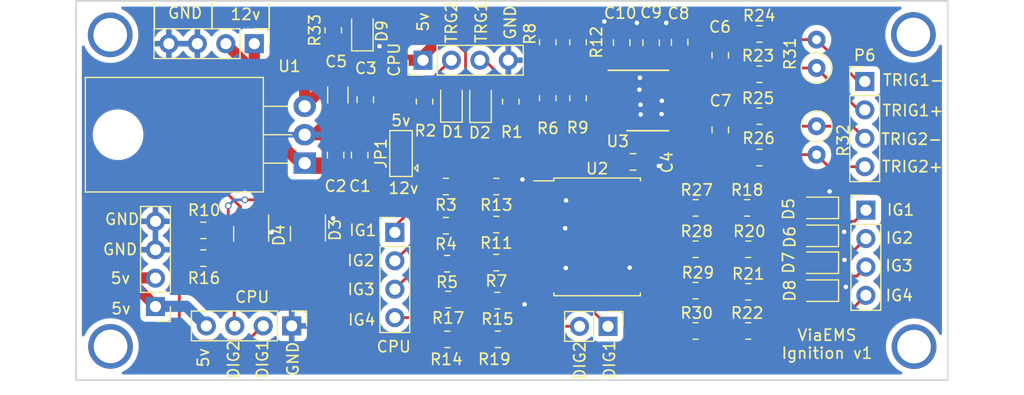
<source format=kicad_pcb>
(kicad_pcb (version 20211014) (generator pcbnew)
  (layers (0 "F.Cu" signal) (31 "B.Cu" signal) (34 "B.Paste" user) (35 "F.Paste" user) (36 "B.SilkS" user "B.Silkscreen") (37 "F.SilkS" user "F.Silkscreen") (38 "B.Mask" user) (39 "F.Mask" user) (44 "Edge.Cuts" user))
  (net 0 "")
  (net 1 "12v_power")
  (net 2 "GND")
  (net 3 "Net-(D9-Pad2)")
  (net 4 "IG1-cpu")
  (net 5 "IG2-cpu")
  (net 6 "IG3-cpu")
  (net 7 "IG4-cpu")
  (net 8 "DIG1-cpu")
  (net 9 "DIG2-cpu")
  (net 10 "IG1-out")
  (net 11 "IG2-out")
  (net 12 "IG3-out")
  (net 13 "IG4-out")
  (net 14 "DIG1-in")
  (net 15 "DIG2-in")
  (net 16 "Net-(R2-Pad1)")
  (net 17 "Net-(C4-Pad1)")
  (net 18 "5v")
  (net 19 "Net-(C6-Pad2)")
  (net 20 "Net-(C6-Pad1)")
  (net 21 "Net-(C7-Pad2)")
  (net 22 "Net-(C7-Pad1)")
  (net 23 "TRIG2")
  (net 24 "TRIG1")
  (net 25 "TRIG2IN+")
  (net 26 "TRIG2IN-")
  (net 27 "TRIG1IN+")
  (net 28 "TRIG1IN-")
  (net 29 "Net-(R1-Pad1)")
  (net 30 "Net-(R11-Pad2)")
  (net 31 "Net-(D1-Pad1)")
  (net 32 "Net-(R5-Pad1)")
  (net 33 "Net-(R13-Pad2)")
  (net 34 "Net-(D2-Pad1)")
  (net 35 "Net-(R15-Pad2)")
  (net 36 "Net-(D3-Pad3)")
  (net 37 "Net-(D4-Pad3)")
  (net 38 "Net-(D5-Pad2)")
  (net 39 "Net-(D6-Pad2)")
  (net 40 "Net-(D7-Pad2)")
  (net 41 "Net-(D8-Pad2)")
  (net 45 "Net-(R18-Pad2)")
  (net 46 "Net-(R20-Pad2)")
  (net 47 "Net-(R21-Pad2)")
  (net 48 "Net-(R22-Pad2)")
  (footprint "Capacitor_SMD:C_0805_2012Metric_Pad1.18x1.45mm_HandSolder" (layer "F.Cu") (at 58.01 138.8825 90)
    (fp_text reference "C1")
    (fp_text value "10 uF")
  )
  (footprint "Capacitor_SMD:C_0805_2012Metric_Pad1.18x1.45mm_HandSolder" (layer "F.Cu") (at 55.86 138.8825 90)
    (fp_text reference "C2")
    (fp_text value "0.1 uF")
  )
  (footprint "Capacitor_SMD:C_0805_2012Metric_Pad1.18x1.45mm_HandSolder" (layer "F.Cu") (at 82.41 139.49)
    (fp_text reference "C4")
    (fp_text value "1 uF")
  )
  (footprint "Capacitor_SMD:C_1206_3216Metric" (layer "F.Cu") (at 56.06 133.51 -90)
    (fp_text reference "C5")
    (fp_text value "47 uF")
  )
  (footprint "Capacitor_SMD:C_0805_2012Metric_Pad1.18x1.45mm_HandSolder" (layer "F.Cu") (at 90.2 129.955 90)
    (fp_text reference "C6")
    (fp_text value "1n")
  )
  (footprint "Capacitor_SMD:C_0805_2012Metric_Pad1.18x1.45mm_HandSolder" (layer "F.Cu") (at 90.2 136.6375 -90)
    (fp_text reference "C7")
    (fp_text value "1n")
  )
  (footprint "Capacitor_SMD:C_0805_2012Metric_Pad1.18x1.45mm_HandSolder" (layer "F.Cu") (at 86.575 128.8 90)
    (fp_text reference "C8")
    (fp_text value "10n")
  )
  (footprint "Capacitor_SMD:C_0805_2012Metric_Pad1.18x1.45mm_HandSolder" (layer "F.Cu") (at 84.025 128.8375 90)
    (fp_text reference "C9")
    (fp_text value "0.1u")
  )
  (footprint "LED_SMD:LED_0805_2012Metric_Pad1.15x1.40mm_HandSolder" (layer "F.Cu") (at 66.2 134.075 90)
    (fp_text reference "D1")
    (fp_text value "LED")
  )
  (footprint "Connector_PinHeader_2.54mm:PinHeader_1x04_P2.54mm_Vertical" (layer "F.Cu") (at 61.15 145.79)
    (fp_text reference "P1" hide)
    (fp_text value "IN-CPU")
  )
  (footprint "Connector_PinHeader_2.54mm:PinHeader_1x04_P2.54mm_Vertical" (layer "F.Cu") (at 63.66 130.4 90)
    (fp_text reference "P2" hide)
    (fp_text value "TRIG-cpu")
  )
  (footprint "Connector_PinHeader_2.54mm:PinHeader_1x04_P2.54mm_Vertical" (layer "F.Cu") (at 103.2 143.8)
    (fp_text reference "P5" hide)
    (fp_text value "IGNITION")
  )
  (footprint "Connector_PinHeader_2.54mm:PinHeader_1x04_P2.54mm_Vertical" (layer "F.Cu") (at 103.1 132.3)
    (fp_text reference "P6")
    (fp_text value "TRIG-IN")
  )
  (footprint "Connector_PinHeader_2.54mm:PinHeader_1x04_P2.54mm_Vertical" (layer "F.Cu") (at 48.6 128.9225 -90)
    (fp_text reference "P7" hide)
    (fp_text value "PWR_IN")
  )
  (footprint "Resistor_SMD:R_0805_2012Metric_Pad1.20x1.40mm_HandSolder" (layer "F.Cu") (at 71.5 134.1 90)
    (fp_text reference "R1")
    (fp_text value "1k")
  )
  (footprint "Resistor_SMD:R_0805_2012Metric_Pad1.20x1.40mm_HandSolder" (layer "F.Cu") (at 63.8 134.1 90)
    (fp_text reference "R2")
    (fp_text value "1k")
  )
  (footprint "Resistor_SMD:R_0805_2012Metric_Pad1.20x1.40mm_HandSolder" (layer "F.Cu") (at 65.71 141.69 180)
    (fp_text reference "R3")
    (fp_text value "1k")
  )
  (footprint "Resistor_SMD:R_0805_2012Metric_Pad1.20x1.40mm_HandSolder" (layer "F.Cu") (at 65.71 145.19 180)
    (fp_text reference "R4")
    (fp_text value "1k")
  )
  (footprint "Resistor_SMD:R_0805_2012Metric_Pad1.20x1.40mm_HandSolder" (layer "F.Cu") (at 65.81 148.59 180)
    (fp_text reference "R5")
    (fp_text value "1k")
  )
  (footprint "Resistor_SMD:R_0805_2012Metric_Pad1.20x1.40mm_HandSolder" (layer "F.Cu") (at 74.8 133.8 90)
    (fp_text reference "R6")
    (fp_text value "2.4k")
  )
  (footprint "Resistor_SMD:R_0805_2012Metric_Pad1.20x1.40mm_HandSolder" (layer "F.Cu") (at 70.21 148.49 180)
    (fp_text reference "R7")
    (fp_text value "100k")
  )
  (footprint "Resistor_SMD:R_0805_2012Metric_Pad1.20x1.40mm_HandSolder" (layer "F.Cu") (at 74.8 128.8 90)
    (fp_text reference "R8")
    (fp_text value "2.4k")
  )
  (footprint "Resistor_SMD:R_0805_2012Metric_Pad1.20x1.40mm_HandSolder" (layer "F.Cu") (at 77.5 133.8 90)
    (fp_text reference "R9")
    (fp_text value "10k")
  )
  (footprint "Resistor_SMD:R_0805_2012Metric_Pad1.20x1.40mm_HandSolder" (layer "F.Cu") (at 44.05 145.61 180)
    (fp_text reference "R10")
    (fp_text value "1k")
  )
  (footprint "Resistor_SMD:R_0805_2012Metric_Pad1.20x1.40mm_HandSolder" (layer "F.Cu") (at 70.21 145.09 180)
    (fp_text reference "R11")
    (fp_text value "100k")
  )
  (footprint "Resistor_SMD:R_0805_2012Metric_Pad1.20x1.40mm_HandSolder" (layer "F.Cu") (at 77.5 128.8 -90)
    (fp_text reference "R12")
    (fp_text value "10k")
  )
  (footprint "Resistor_SMD:R_0805_2012Metric_Pad1.20x1.40mm_HandSolder" (layer "F.Cu") (at 70.21 141.69 180)
    (fp_text reference "R13")
    (fp_text value "100k")
  )
  (footprint "Resistor_SMD:R_0805_2012Metric_Pad1.20x1.40mm_HandSolder" (layer "F.Cu") (at 70.31 151.89 180)
    (fp_text reference "R15")
    (fp_text value "100k")
  )
  (footprint "Resistor_SMD:R_0805_2012Metric_Pad1.20x1.40mm_HandSolder" (layer "F.Cu") (at 44.05 148.09 180)
    (fp_text reference "R16")
    (fp_text value "1k")
  )
  (footprint "Resistor_SMD:R_0805_2012Metric_Pad1.20x1.40mm_HandSolder" (layer "F.Cu") (at 65.91 151.79 180)
    (fp_text reference "R17")
    (fp_text value "1k")
  )
  (footprint "Resistor_SMD:R_0805_2012Metric_Pad1.20x1.40mm_HandSolder" (layer "F.Cu") (at 92.6 143.6 180)
    (fp_text reference "R18")
    (fp_text value "1k")
  )
  (footprint "Resistor_SMD:R_0805_2012Metric_Pad1.20x1.40mm_HandSolder" (layer "F.Cu") (at 70.35 155.35)
    (fp_text reference "R19")
    (fp_text value "1k")
  )
  (footprint "Resistor_SMD:R_0805_2012Metric_Pad1.20x1.40mm_HandSolder" (layer "F.Cu") (at 92.7 147.3 180)
    (fp_text reference "R20")
    (fp_text value "1k")
  )
  (footprint "Resistor_SMD:R_0805_2012Metric_Pad1.20x1.40mm_HandSolder" (layer "F.Cu") (at 92.7 151.1 180)
    (fp_text reference "R21")
    (fp_text value "1k")
  )
  (footprint "Resistor_SMD:R_0805_2012Metric_Pad1.20x1.40mm_HandSolder" (layer "F.Cu") (at 92.7 154.6 180)
    (fp_text reference "R22")
    (fp_text value "1k")
  )
  (footprint "Resistor_SMD:R_0805_2012Metric_Pad1.20x1.40mm_HandSolder" (layer "F.Cu") (at 93.7 131.655 180)
    (fp_text reference "R23")
    (fp_text value "1k")
  )
  (footprint "Resistor_SMD:R_0805_2012Metric_Pad1.20x1.40mm_HandSolder" (layer "F.Cu") (at 93.7 128.055 180)
    (fp_text reference "R24")
    (fp_text value "1k")
  )
  (footprint "Resistor_SMD:R_0805_2012Metric_Pad1.20x1.40mm_HandSolder" (layer "F.Cu") (at 93.7 135.4 180)
    (fp_text reference "R25")
    (fp_text value "1k")
  )
  (footprint "Resistor_SMD:R_0805_2012Metric_Pad1.20x1.40mm_HandSolder" (layer "F.Cu") (at 93.7 139.1 180)
    (fp_text reference "R26")
    (fp_text value "1k")
  )
  (footprint "Package_TO_SOT_THT:TO-220-3_Horizontal_TabDown" (layer "F.Cu") (at 53.1 139.6 90)
    (fp_text reference "U1")
    (fp_text value "LM2940")
  )
  (footprint "Package_SO:SOIC-16W_7.5x10.3mm_P1.27mm" (layer "F.Cu") (at 79.21 146.19)
    (fp_text reference "U2")
    (fp_text value "MIC4469")
  )
  (footprint "Package_SO:QSOP-16_3.9x4.9mm_P0.635mm" (layer "F.Cu") (at 83.725 134.025)
    (fp_text reference "U3")
    (fp_text value "MAX9926UAEE+")
  )
  (footprint "LED_SMD:LED_0805_2012Metric_Pad1.15x1.40mm_HandSolder" (layer "F.Cu") (at 68.8 134.1 90)
    (fp_text reference "D2")
    (fp_text value "LED")
  )
  (footprint "Resistor_SMD:R_0805_2012Metric_Pad1.20x1.40mm_HandSolder" (layer "F.Cu") (at 65.84 155.35)
    (fp_text reference "R14")
    (fp_text value "1k")
  )
  (footprint "Capacitor_SMD:C_0805_2012Metric_Pad1.18x1.45mm_HandSolder" (layer "F.Cu") (at 58.51 133.9325 -90)
    (fp_text reference "C3")
    (fp_text value "0.1 uF")
  )
  (footprint "Capacitor_SMD:C_0805_2012Metric_Pad1.18x1.45mm_HandSolder" (layer "F.Cu") (at 81.4 128.825 90)
    (fp_text reference "C10")
    (fp_text value "1u")
  )
  (footprint "Resistor_THT:R_Axial_DIN0207_L6.3mm_D2.5mm_P2.54mm_Vertical" (layer "F.Cu") (at 98.8 131.1 90)
    (fp_text reference "R31")
    (fp_text value "330")
  )
  (footprint "MountingHole:MountingHole_2.5mm_Pad" (layer "F.Cu") (at 35.77 155.98)
    (fp_text reference "REF**" hide)
    (fp_text value "MountingHole_2.5mm_Pad")
  )
  (footprint "Jumper:SolderJumper-3_P1.3mm_Open_Pad1.0x1.5mm" (layer "F.Cu") (at 61.7 138.74 90)
    (fp_text reference "JP1")
    (fp_text value "IG_PWR")
  )
  (footprint "Connector_PinHeader_2.54mm:PinHeader_1x04_P2.54mm_Vertical" (layer "F.Cu") (at 39.78 152.42 180)
    (fp_text reference "P4" hide)
    (fp_text value "CPU_PWR")
  )
  (footprint "Package_TO_SOT_SMD:SOT-23" (layer "F.Cu") (at 48.32 145.92 -90)
    (fp_text reference "D4")
    (fp_text value "BAT54S")
  )
  (footprint "LED_SMD:LED_0805_2012Metric_Pad1.15x1.40mm_HandSolder" (layer "F.Cu") (at 58.25 127.705 90)
    (fp_text reference "D9")
    (fp_text value "LED")
  )
  (footprint "Resistor_SMD:R_0805_2012Metric_Pad1.20x1.40mm_HandSolder" (layer "F.Cu") (at 88 151 180)
    (fp_text reference "R29")
    (fp_text value "150")
  )
  (footprint "Resistor_SMD:R_0805_2012Metric_Pad1.20x1.40mm_HandSolder" (layer "F.Cu") (at 88 154.6 180)
    (fp_text reference "R30")
    (fp_text value "150")
  )
  (footprint "LED_SMD:LED_0805_2012Metric_Pad1.15x1.40mm_HandSolder" (layer "F.Cu") (at 98.9 151 180)
    (fp_text reference "D8")
    (fp_text value "LED")
  )
  (footprint "Connector_PinHeader_2.54mm:PinHeader_1x02_P2.54mm_Vertical" (layer "F.Cu") (at 80.18 154.19 -90)
    (fp_text reference "J1" hide)
    (fp_text value "DIG-in")
  )
  (footprint "LED_SMD:LED_0805_2012Metric_Pad1.15x1.40mm_HandSolder" (layer "F.Cu") (at 98.9 148.5 180)
    (fp_text reference "D7")
    (fp_text value "LED")
  )
  (footprint "MountingHole:MountingHole_2.5mm_Pad" (layer "F.Cu") (at 107.44 128.1)
    (fp_text reference "REF**" hide)
    (fp_text value "MountingHole_2.5mm_Pad")
  )
  (footprint "Resistor_SMD:R_0805_2012Metric_Pad1.20x1.40mm_HandSolder" (layer "F.Cu") (at 55.65 127.72 90)
    (fp_text reference "R33")
    (fp_text value "2.4k")
  )
  (footprint "Package_TO_SOT_SMD:SOT-23" (layer "F.Cu") (at 53.39 145.9 -90)
    (fp_text reference "D3")
    (fp_text value "BAT54S")
  )
  (footprint "Connector_PinHeader_2.54mm:PinHeader_1x04_P2.54mm_Vertical" (layer "F.Cu") (at 51.94 154.15 -90)
    (fp_text reference "P3" hide)
    (fp_text value "DIG-CPU")
  )
  (footprint "Resistor_SMD:R_0805_2012Metric_Pad1.20x1.40mm_HandSolder" (layer "F.Cu") (at 88 147.3 180)
    (fp_text reference "R28")
    (fp_text value "150")
  )
  (footprint "Resistor_THT:R_Axial_DIN0207_L6.3mm_D2.5mm_P2.54mm_Vertical" (layer "F.Cu") (at 98.8 136.3 -90)
    (fp_text reference "R32")
    (fp_text value "330")
  )
  (footprint "LED_SMD:LED_0805_2012Metric_Pad1.15x1.40mm_HandSolder" (layer "F.Cu") (at 98.9 143.6 180)
    (fp_text reference "D5")
    (fp_text value "LED")
  )
  (footprint "MountingHole:MountingHole_2.5mm_Pad" (layer "F.Cu") (at 35.74 128.13)
    (fp_text reference "REF**" hide)
    (fp_text value "MountingHole_2.5mm_Pad")
  )
  (footprint "LED_SMD:LED_0805_2012Metric_Pad1.15x1.40mm_HandSolder" (layer "F.Cu") (at 98.9 146.1 180)
    (fp_text reference "D6")
    (fp_text value "LED")
  )
  (footprint "MountingHole:MountingHole_2.5mm_Pad" (layer "F.Cu") (at 107.5 156)
    (fp_text reference "REF**" hide)
    (fp_text value "MountingHole_2.5mm_Pad")
  )
  (footprint "Resistor_SMD:R_0805_2012Metric_Pad1.20x1.40mm_HandSolder" (layer "F.Cu") (at 88 143.6 180)
    (fp_text reference "R27")
    (fp_text value "150")
  )
  (gr_line (start 39.675 127.5975) (end 39.675 125.2975) (layer "F.SilkS") (width 0.15))
  (gr_line (start 44.825 127.5975) (end 44.825 125.2975) (layer "F.SilkS") (width 0.15))
  (gr_line (start 49.93 127.5925) (end 49.93 125.2475) (layer "F.SilkS") (width 0.15))
  (gr_rect (start 32.7 125.1) (end 110.5 159) (layer "Edge.Cuts") (width 0.15) (fill none))
  (gr_text "12v" (at 47.825 126.2975) (layer "F.SilkS") (effects (font (size 1 1))))
  (gr_text "CPU" (at 48.41 151.57) (layer "F.SilkS") (effects (font (size 1 1))))
  (gr_text "5v" (at 61.69 135.79) (layer "F.SilkS") (effects (font (size 1 1))))
  (gr_text "GND" (at 42.425 126.1725) (layer "F.SilkS") (effects (font (size 1 1))))
  (gr_text "IG4" (at 106.18 151.43) (layer "F.SilkS") (effects (font (size 1 1))))
  (gr_text "TRIG1-" (at 107.45 132.18) (layer "F.SilkS") (effects (font (size 1 1))))
  (gr_text "5v" (at 36.7 152.61) (layer "F.SilkS") (effects (font (size 1 1))))
  (gr_text "CPU" (at 61.05 156.01) (layer "F.SilkS") (effects (font (size 1 1))))
  (gr_text "GND" (at 52.05 157.09 90) (layer "F.SilkS") (effects (font (size 1 1))))
  (gr_text "GND" (at 71.45 127.025 90) (layer "F.SilkS") (effects (font (size 1 1))))
  (gr_text "DIG2" (at 46.75 157.165 90) (layer "F.SilkS") (effects (font (size 1 1))))
  (gr_text "12v" (at 61.92 141.84) (layer "F.SilkS") (effects (font (size 1 1))))
  (gr_text "TRG2" (at 66.2 127.02 90) (layer "F.SilkS") (effects (font (size 1 1))))
  (gr_text "DIG2" (at 77.66 157.26 90) (layer "F.SilkS") (effects (font (size 1 1))))
  (gr_text "IG3" (at 106.16 148.77) (layer "F.SilkS") (effects (font (size 1 1))))
  (gr_text "DIG1" (at 49.325 157.14 90) (layer "F.SilkS") (effects (font (size 1 1))))
  (gr_text "IG2" (at 58.115 148.31) (layer "F.SilkS") (effects (font (size 1 1))))
  (gr_text "TRIG2-" (at 107.29 137.46) (layer "F.SilkS") (effects (font (size 1 1))))
  (gr_text "DIG1" (at 80.3 157.18 90) (layer "F.SilkS") (effects (font (size 1 1))))
  (gr_text "5v" (at 63.675 126.975 90) (layer "F.SilkS") (effects (font (size 1 1))))
  (gr_text "CPU" (at 61.09 130.36 90) (layer "F.SilkS") (effects (font (size 1 1))))
  (gr_text "TRIG1+" (at 107.4 134.9) (layer "F.SilkS") (effects (font (size 1 1))))
  (gr_text "ViaEMS\nIgnition v1" (at 99.73 155.78) (layer "F.SilkS") (effects (font (size 1 1))))
  (gr_text "IG3" (at 58.14 150.885) (layer "F.SilkS") (effects (font (size 1 1))))
  (gr_text "GND" (at 36.8 144.61) (layer "F.SilkS") (effects (font (size 1 1))))
  (gr_text "IG1" (at 58.29 145.61) (layer "F.SilkS") (effects (font (size 1 1))))
  (gr_text "TRIG2+" (at 107.35 139.91) (layer "F.SilkS") (effects (font (size 1 1))))
  (gr_text "5v" (at 36.65 149.885) (layer "F.SilkS") (effects (font (size 1 1))))
  (gr_text "5v" (at 44.05 156.99 90) (layer "F.SilkS") (effects (font (size 1 1))))
  (gr_text "IG4" (at 58.19 153.61) (layer "F.SilkS") (effects (font (size 1 1))))
  (gr_text "IG1" (at 106.3 143.78) (layer "F.SilkS") (effects (font (size 1 1))))
  (gr_text "TRG1" (at 68.86 127 90) (layer "F.SilkS") (effects (font (size 1 1))))
  (gr_text "GND" (at 36.625 147.31) (layer "F.SilkS") (effects (font (size 1 1))))
  (gr_text "IG2" (at 106.2 146.29) (layer "F.SilkS") (effects (font (size 1 1))))
  (segment (start 53.1 139.6) (end 53.56 140.06) (width 1) (layer "F.Cu") (net 1))
  (segment (start 48.6 131.4625) (end 46.06 128.9225) (width 1) (layer "F.Cu") (net 1))
  (segment (start 55.54 139.6) (end 55.86 139.92) (width 1) (layer "F.Cu") (net 1))
  (segment (start 48.6 135.51) (end 48.6 131.61) (width 1) (layer "F.Cu") (net 1))
  (segment (start 53.1 139.6) (end 52.69 139.6) (width 1) (layer "F.Cu") (net 1))
  (segment (start 52.69 139.6) (end 48.6 135.51) (width 1) (layer "F.Cu") (net 1))
  (segment (start 57.69 139.6) (end 58.01 139.92) (width 1) (layer "F.Cu") (net 1))
  (segment (start 53.1 139.6) (end 57.69 139.6) (width 1) (layer "F.Cu") (net 1))
  (segment (start 61.64 140.06) (end 61.67 140.03) (width 1) (layer "F.Cu") (net 1))
  (segment (start 48.6 131.61) (end 48.6 128.9225) (width 1) (layer "F.Cu") (net 1))
  (segment (start 53.1 139.6) (end 55.54 139.6) (width 1) (layer "F.Cu") (net 1))
  (segment (start 53.56 140.06) (end 61.64 140.06) (width 1) (layer "F.Cu") (net 1))
  (segment (start 48.6 131.61) (end 48.6 131.4625) (width 1) (layer "F.Cu") (net 1))
  (segment (start 74.56 143.015) (end 76.345 143.015) (width 0.25) (layer "F.Cu") (net 2))
  (segment (start 76.345 143.015) (end 76.43 142.93) (width 0.25) (layer "F.Cu") (net 2))
  (segment (start 100.9 146.1) (end 101.26 145.74) (width 0.25) (layer "F.Cu") (net 2))
  (segment (start 101.07 151) (end 101.41 150.66) (width 0.25) (layer "F.Cu") (net 2))
  (segment (start 72.085 149.365) (end 71.21 148.49) (width 0.25) (layer "F.Cu") (net 2))
  (segment (start 82.6 135.62) (end 82.7255 135.62) (width 0.25) (layer "F.Cu") (net 2))
  (segment (start 81.0707 131.8025) (end 82.1207 131.8025) (width 0.25) (layer "F.Cu") (net 2))
  (segment (start 76.025 149.365) (end 76.41 148.98) (width 0.25) (layer "F.Cu") (net 2))
  (segment (start 82.1207 131.8025) (end 82.6 132.2818) (width 0.25) (layer "F.Cu") (net 2))
  (segment (start 53.1 137.06) (end 56.42 137.06) (width 1) (layer "F.Cu") (net 2))
  (segment (start 49.27 144.9825) (end 49.3425 144.9825) (width 0.25) (layer "F.Cu") (net 2))
  (segment (start 82.6 134.39) (end 82.6 134.6) (width 0.25) (layer "F.Cu") (net 2))
  (segment (start 99.925 146.1) (end 100.9 146.1) (width 0.25) (layer "F.Cu") (net 2))
  (segment (start 82.86 134.6) (end 83.08 134.38) (width 0.25) (layer "F.Cu") (net 2))
  (segment (start 82.6 132.78) (end 82.6 132.97) (width 0.25) (layer "F.Cu") (net 2))
  (segment (start 76.41 148.98) (end 76.41 148.97) (width 0.25) (layer "F.Cu") (net 2))
  (segment (start 82.2225 134.9775) (end 82.6 134.6) (width 0.25) (layer "F.Cu") (net 2))
  (segment (start 99.925 142.165) (end 99.96 142.13) (width 0.25) (layer "F.Cu") (net 2))
  (segment (start 84.025 127.8) (end 83.5 127.8) (width 0.25) (layer "F.Cu") (net 2))
  (segment (start 80.6975 127.7875) (end 79.85 126.94) (width 0.25) (layer "F.Cu") (net 2))
  (segment (start 76.225 145.555) (end 76.36 145.42) (width 0.25) (layer "F.Cu") (net 2))
  (segment (start 82.7255 135.62) (end 83.0955 135.25) (width 0.25) (layer "F.Cu") (net 2))
  (segment (start 53.1 137.06) (end 57.225 137.06) (width 1) (layer "F.Cu") (net 2))
  (segment (start 81.902998 136.317002) (end 81.0707 136.317002) (width 0.25) (layer "F.Cu") (net 2))
  (segment (start 86.0825 127.7625) (end 85.38 127.06) (width 0.25) (layer "F.Cu") (net 2))
  (segment (start 86.575 127.7625) (end 86.0825 127.7625) (width 0.25) (layer "F.Cu") (net 2))
  (segment (start 82.6 132.2818) (end 82.7182 132.2818) (width 0.25) (layer "F.Cu") (net 2))
  (segment (start 82.6 132.2818) (end 82.6 132.78) (width 0.25) (layer "F.Cu") (net 2))
  (segment (start 53.985 137.06) (end 56.06 134.985) (width 1) (layer "F.Cu") (net 2))
  (segment (start 72.4 151.89) (end 72.73 152.22) (width 0.25) (layer "F.Cu") (net 2))
  (segment (start 53.1 137.06) (end 55.075 137.06) (width 1) (layer "F.Cu") (net 2))
  (segment (start 54.34 144.9625) (end 55.2175 144.9625) (width 0.25) (layer "F.Cu") (net 2))
  (segment (start 71.91 141.69) (end 72.54 141.06) (width 0.25) (layer "F.Cu") (net 2))
  (segment (start 74.56 149.365) (end 72.085 149.365) (width 0.25) (layer "F.Cu") (net 2))
  (segment (start 86.3793 134.9775) (end 85.1925 134.9775) (width 0.25) (layer "F.Cu") (net 2))
  (segment (start 83.4475 139.49) (end 84.36 139.49) (width 0.25) (layer "F.Cu") (net 2))
  (segment (start 82.6 134.6) (end 82.86 134.6) (width 0.25) (layer "F.Cu") (net 2))
  (segment (start 85.1925 134.9775) (end 84.96 135.21) (width 0.25) (layer "F.Cu") (net 2))
  (segment (start 71.31 151.89) (end 72.4 151.89) (width 0.25) (layer "F.Cu") (net 2))
  (segment (start 56.42 137.06) (end 58.51 134.97) (width 1) (layer "F.Cu") (net 2))
  (segment (start 74.56 150.635) (end 74.56 149.365) (width 0.25) (layer "F.Cu") (net 2))
  (segment (start 71.21 141.69) (end 71.91 141.69) (width 0.25) (layer "F.Cu") (net 2))
  (segment (start 71.21 145.09) (end 71.675 145.555) (width 0.25) (layer "F.Cu") (net 2))
  (segment (start 82.6 134.6) (end 82.6 135.62) (width 0.25) (layer "F.Cu") (net 2))
  (segment (start 82.6 132.97) (end 82.6 133.68) (width 0.25) (layer "F.Cu") (net 2))
  (segment (start 55.075 137.06) (end 55.86 137.845) (width 1) (layer "F.Cu") (net 2))
  (segment (start 101.03 148.5) (end 101.29 148.24) (width 0.25) (layer "F.Cu") (net 2))
  (segment (start 99.925 143.6) (end 99.925 142.165) (width 0.25) (layer "F.Cu") (net 2))
  (segment (start 86.3793 133.7075) (end 85.3125 133.7075) (width 0.25) (layer "F.Cu") (net 2))
  (segment (start 53.1 137.06) (end 53.985 137.06) (width 1) (layer "F.Cu") (net 2))
  (segment (start 85.3125 133.7075) (end 84.99 134.03) (width 0.25) (layer "F.Cu") (net 2))
  (segment (start 55.2175 144.9625) (end 55.64 144.54) (width 0.25) (layer "F.Cu") (net 2))
  (segment (start 82.6 135.62) (end 81.902998 136.317002) (width 0.25) (layer "F.Cu") (net 2))
  (segment (start 82.4975 133.0725) (end 82.6 132.97) (width 0.25) (layer "F.Cu") (net 2))
  (segment (start 71.675 145.555) (end 74.56 145.555) (width 0.25) (layer "F.Cu") (net 2))
  (segment (start 59.36 128.73) (end 59.78 129.15) (width 0.25) (layer "F.Cu") (net 2))
  (segment (start 74.56 149.365) (end 74.56 148.095) (width 0.25) (layer "F.Cu") (net 2))
  (segment (start 82.4975 133.0725) (end 82.54 133.03) (width 0.25) (layer "F.Cu") (net 2))
  (segment (start 81.0707 134.9775) (end 82.2225 134.9775) (width 0.25) (layer "F.Cu") (net 2))
  (segment (start 81.0707 133.0725) (end 82.4975 133.0725) (width 0.25) (layer "F.Cu") (net 2))
  (segment (start 74.56 145.555) (end 76.225 145.555) (width 0.25) (layer "F.Cu") (net 2))
  (segment (start 84.36 139.49) (end 84.72 139.85) (width 0.25) (layer "F.Cu") (net 2))
  (segment (start 82.535 149.365) (end 82.11 148.94) (width 0.25) (layer "F.Cu") (net 2))
  (segment (start 82.7182 132.2818) (end 83.03 131.97) (width 0.25) (layer "F.Cu") (net 2))
  (segment (start 83.86 149.365) (end 82.535 149.365) (width 0.25) (layer "F.Cu") (net 2))
  (segment (start 58.25 128.73) (end 59.36 128.73) (width 0.25) (layer "F.Cu") (net 2))
  (segment (start 74.56 149.365) (end 76.025 149.365) (width 0.25) (layer "F.Cu") (net 2))
  (segment (start 99.925 148.5) (end 101.03 148.5) (width 0.25) (layer "F.Cu") (net 2))
  (segment (start 81.4 127.7875) (end 80.6975 127.7875) (width 0.25) (layer "F.Cu") (net 2))
  (segment (start 83.5 127.8) (end 82.76 127.06) (width 0.25) (layer "F.Cu") (net 2))
  (segment (start 82.54 133.03) (end 82.98 133.03) (width 0.25) (layer "F.Cu") (net 2))
  (segment (start 82.6 133.68) (end 82.6 134.39) (width 0.25) (layer "F.Cu") (net 2))
  (segment (start 57.225 137.06) (end 58.01 137.845) (width 1) (layer "F.Cu") (net 2))
  (segment (start 99.925 151) (end 101.07 151) (width 0.25) (layer "F.Cu") (net 2))
  (segment (start 49.3425 144.9825) (end 50.14 145.78) (width 0.25) (layer "F.Cu") (net 2))
  (via (at 83.08 134.38) (size 0.6) (drill 0.4) (layers "F.Cu" "B.Cu") (net 2))
  (via (at 55.64 144.54) (size 0.6) (drill 0.4) (layers "F.Cu" "B.Cu") (net 2))
  (via (at 76.43 142.93) (size 0.6) (drill 0.4) (layers "F.Cu" "B.Cu") (net 2))
  (via (at 82.98 133.03) (size 0.6) (drill 0.4) (layers "F.Cu" "B.Cu") (net 2))
  (via (at 83.0955 135.25) (size 0.6) (drill 0.4) (layers "F.Cu" "B.Cu") (net 2))
  (via (at 101.29 148.24) (size 0.6) (drill 0.4) (layers "F.Cu" "B.Cu") (net 2))
  (via (at 101.41 150.66) (size 0.6) (drill 0.4) (layers "F.Cu" "B.Cu") (net 2))
  (via (at 82.11 148.94) (size 0.6) (drill 0.4) (layers "F.Cu" "B.Cu") (net 2))
  (via (at 72.73 152.22) (size 0.6) (drill 0.4) (layers "F.Cu" "B.Cu") (net 2))
  (via (at 85.38 127.06) (size 0.6) (drill 0.4) (layers "F.Cu" "B.Cu") (net 2))
  (via (at 99.96 142.13) (size 0.6) (drill 0.4) (layers "F.Cu" "B.Cu") (net 2))
  (via (at 59.78 129.15) (size 0.6) (drill 0.4) (layers "F.Cu" "B.Cu") (net 2))
  (via (at 76.41 148.97) (size 0.6) (drill 0.4) (layers "F.Cu" "B.Cu") (net 2))
  (via (at 50.14 145.78) (size 0.6) (drill 0.4) (layers "F.Cu" "B.Cu") (net 2))
  (via (at 84.72 139.85) (size 0.6) (drill 0.4) (layers "F.Cu" "B.Cu") (net 2))
  (via (at 72.54 141.06) (size 0.6) (drill 0.4) (layers "F.Cu" "B.Cu") (net 2))
  (via (at 83.03 131.97) (size 0.6) (drill 0.4) (layers "F.Cu" "B.Cu") (net 2))
  (via (at 84.96 135.21) (size 0.6) (drill 0.4) (layers "F.Cu" "B.Cu") (net 2))
  (via (at 101.26 145.74) (size 0.6) (drill 0.4) (layers "F.Cu" "B.Cu") (net 2))
  (via (at 79.85 126.94) (size 0.6) (drill 0.4) (layers "F.Cu" "B.Cu") (net 2))
  (via (at 82.76 127.06) (size 0.6) (drill 0.4) (layers "F.Cu" "B.Cu") (net 2))
  (via (at 76.36 145.42) (size 0.6) (drill 0.4) (layers "F.Cu" "B.Cu") (net 2))
  (via (at 84.99 134.03) (size 0.6) (drill 0.4) (layers "F.Cu" "B.Cu") (net 2))
  (segment (start 58.21 126.72) (end 58.25 126.68) (width 0.25) (layer "F.Cu") (net 3))
  (segment (start 55.65 126.72) (end 58.21 126.72) (width 0.25) (layer "F.Cu") (net 3))
  (segment (start 61.15 145.25) (end 61.15 145.79) (width 0.25) (layer "F.Cu") (net 4))
  (segment (start 64.71 141.69) (end 61.15 145.25) (width 0.25) (layer "F.Cu") (net 4))
  (segment (start 64.29 145.19) (end 64.71 145.19) (width 0.25) (layer "F.Cu") (net 5))
  (segment (start 61.15 148.33) (end 64.29 145.19) (width 0.25) (layer "F.Cu") (net 5))
  (segment (start 64.81 148.59) (end 63.43 148.59) (width 0.25) (layer "F.Cu") (net 6))
  (segment (start 63.43 148.59) (end 61.15 150.87) (width 0.25) (layer "F.Cu") (net 6))
  (segment (start 63.29 153.41) (end 64.91 151.79) (width 0.25) (layer "F.Cu") (net 7))
  (segment (start 61.15 153.41) (end 63.29 153.41) (width 0.25) (layer "F.Cu") (net 7))
  (segment (start 43.46 155.52) (end 47.96 155.52) (width 0.25) (layer "F.Cu") (net 8))
  (segment (start 41.91 153.97) (end 43.46 155.52) (width 0.25) (layer "F.Cu") (net 8))
  (segment (start 43.05 145.61) (end 41.91 146.75) (width 0.25) (layer "F.Cu") (net 8))
  (segment (start 47.96 155.52) (end 49.35 154.13) (width 0.25) (layer "F.Cu") (net 8))
  (segment (start 41.91 146.75) (end 41.91 153.97) (width 0.25) (layer "F.Cu") (net 8))
  (segment (start 46.81 151.85) (end 46.81 154.13) (width 0.25) (layer "F.Cu") (net 9))
  (segment (start 43.05 148.09) (end 46.81 151.85) (width 0.25) (layer "F.Cu") (net 9))
  (segment (start 102.2 144.8) (end 103.2 143.8) (width 0.25) (layer "F.Cu") (net 10))
  (segment (start 89 143.6) (end 90.2 144.8) (width 0.25) (layer "F.Cu") (net 10))
  (segment (start 90.2 144.8) (end 102.2 144.8) (width 0.25) (layer "F.Cu") (net 10))
  (segment (start 95.9 148.5) (end 97.1 147.3) (width 0.25) (layer "F.Cu") (net 11))
  (segment (start 102.24 147.3) (end 103.2 146.34) (width 0.25) (layer "F.Cu") (net 11))
  (segment (start 89 147.3) (end 90.2 148.5) (width 0.25) (layer "F.Cu") (net 11))
  (segment (start 97.1 147.3) (end 102.24 147.3) (width 0.25) (layer "F.Cu") (net 11))
  (segment (start 90.2 148.5) (end 95.9 148.5) (width 0.25) (layer "F.Cu") (net 11))
  (segment (start 90.25 152.25) (end 94.293414 152.25) (width 0.25) (layer "F.Cu") (net 12))
  (segment (start 102.38 149.7) (end 103.2 148.88) (width 0.25) (layer "F.Cu") (net 12))
  (segment (start 89 151) (end 90.25 152.25) (width 0.25) (layer "F.Cu") (net 12))
  (segment (start 96.843414 149.7) (end 102.38 149.7) (width 0.25) (layer "F.Cu") (net 12))
  (segment (start 94.293414 152.25) (end 96.843414 149.7) (width 0.25) (layer "F.Cu") (net 12))
  (segment (start 97.9 152.4) (end 102.22 152.4) (width 0.25) (layer "F.Cu") (net 13))
  (segment (start 90.3 155.9) (end 94.4 155.9) (width 0.25) (layer "F.Cu") (net 13))
  (segment (start 89 154.6) (end 90.3 155.9) (width 0.25) (layer "F.Cu") (net 13))
  (segment (start 94.4 155.9) (end 97.9 152.4) (width 0.25) (layer "F.Cu") (net 13))
  (segment (start 102.22 152.4) (end 103.2 151.42) (width 0.25) (layer "F.Cu") (net 13))
  (segment (start 78.75 152.76) (end 76.71 152.76) (width 0.25) (layer "F.Cu") (net 14))
  (segment (start 80.18 154.19) (end 78.75 152.76) (width 0.25) (layer "F.Cu") (net 14))
  (segment (start 66.76 153.43) (end 64.84 155.35) (width 0.25) (layer "F.Cu") (net 14))
  (segment (start 76.71 152.76) (end 76.04 153.43) (width 0.25) (layer "F.Cu") (net 14))
  (segment (start 76.04 153.43) (end 66.76 153.43) (width 0.25) (layer "F.Cu") (net 14))
  (segment (start 77.64 154.19) (end 70.51 154.19) (width 0.25) (layer "F.Cu") (net 15))
  (segment (start 70.51 154.19) (end 69.35 155.35) (width 0.25) (layer "F.Cu") (net 15))
  (segment (start 65.7 137) (end 72.6 137) (width 0.25) (layer "F.Cu") (net 16))
  (segment (start 74.8 132.8) (end 77.5 132.8) (width 0.25) (layer "F.Cu") (net 16))
  (segment (start 79.0425 134.3425) (end 81.0707 134.3425) (width 0.25) (layer "F.Cu") (net 16))
  (segment (start 72.6 137) (end 73.6 136) (width 0.25) (layer "F.Cu") (net 16))
  (segment (start 73.6 136) (end 73.6 134) (width 0.25) (layer "F.Cu") (net 16))
  (segment (start 73.6 134) (end 74.8 132.8) (width 0.25) (layer "F.Cu") (net 16))
  (segment (start 63.8 135.1) (end 65.7 137) (width 0.25) (layer "F.Cu") (net 16))
  (segment (start 77.5 132.8) (end 79.0425 134.3425) (width 0.25) (layer "F.Cu") (net 16))
  (segment (start 83.235 141.745) (end 83.86 141.745) (width 1) (layer "F.Cu") (net 17))
  (segment (start 61.67 138.73) (end 63.59 138.73) (width 1) (layer "F.Cu") (net 17))
  (segment (start 64.35 139.49) (end 81.3725 139.49) (width 1) (layer "F.Cu") (net 17))
  (segment (start 83.86 141.745) (end 83.86 143.015) (width 1) (layer "F.Cu") (net 17))
  (segment (start 81.3725 139.49) (end 81.3725 139.8825) (width 1) (layer "F.Cu") (net 17))
  (segment (start 81.3725 139.8825) (end 83.235 141.745) (width 1) (layer "F.Cu") (net 17))
  (segment (start 63.59 138.73) (end 64.35 139.49) (width 1) (layer "F.Cu") (net 17))
  (segment (start 77.5 127.8) (end 78.86 127.8) (width 1) (layer "F.Cu") (net 18))
  (segment (start 53.1 134.52) (end 53.1 129.87) (width 1) (layer "F.Cu") (net 18))
  (segment (start 83.92 133.88) (end 83.92 136.82) (width 0.25) (layer "F.Cu") (net 18))
  (segment (start 39.64 126.84) (end 39.12 127.36) (width 1) (layer "F.Cu") (net 18))
  (segment (start 63.66 130.4) (end 63.66 130.04) (width 1) (layer "F.Cu") (net 18))
  (segment (start 83.92 136.82) (end 83.68 137.06) (width 0.25) (layer "F.Cu") (net 18))
  (segment (start 55.585 132.035) (end 56.06 132.035) (width 1) (layer "F.Cu") (net 18))
  (segment (start 68.8 133.075) (end 68.8 133.05) (width 0.25) (layer "F.Cu") (net 18))
  (segment (start 65.33 128.73) (end 63.66 130.4) (width 0.25) (layer "F.Cu") (net 18))
  (segment (start 81.4 129.8625) (end 84.0125 129.8625) (width 1) (layer "F.Cu") (net 18))
  (segment (start 84.7525 133.0725) (end 84.74 133.06) (width 0.25) (layer "F.Cu") (net 18))
  (segment (start 67.525 126.175) (end 75.875 126.175) (width 1) (layer "F.Cu") (net 18))
  (segment (start 67.5 131.75) (end 67.46 131.71) (width 0.25) (layer "F.Cu") (net 18))
  (segment (start 67.46 131.71) (end 67.46 129.69) (width 0.25) (layer "F.Cu") (net 18))
  (segment (start 36.67 149.27) (end 39.8 152.4) (width 1) (layer "F.Cu") (net 18))
  (segment (start 66.5 128.73) (end 65.33 128.73) (width 0.25) (layer "F.Cu") (net 18))
  (segment (start 84.0125 129.8625) (end 84.025 129.875) (width 1) (layer "F.Cu") (net 18))
  (segment (start 67.46 129.69) (end 66.5 128.73) (width 0.25) (layer "F.Cu") (net 18))
  (segment (start 57.65 132.035) (end 58.51 132.895) (width 1) (layer "F.Cu") (net 18))
  (segment (start 39.8 149.86) (end 37.26 149.86) (width 1) (layer "F.Cu") (net 18))
  (segment (start 84.74 133.06) (end 83.92 133.88) (width 0.25) (layer "F.Cu") (net 18))
  (segment (start 39.12 127.36) (end 39.12 130.66) (width 1) (layer "F.Cu") (net 18))
  (segment (start 58.51 132.895) (end 59.485 132.895) (width 1) (layer "F.Cu") (net 18))
  (segment (start 53.1 129.87) (end 53.63 130.4) (width 1) (layer "F.Cu") (net 18))
  (segment (start 53.1 129.87) (end 50.07 126.84) (width 1) (layer "F.Cu") (net 18))
  (segment (start 42.67 138.81) (end 39.99 138.81) (width 0.25) (layer "F.Cu") (net 18))
  (segment (start 40.34 138.46) (end 39.99 138.81) (width 1) (layer "F.Cu") (net 18))
  (segment (start 84.62 133.06) (end 84.74 133.06) (width 1) (layer "F.Cu") (net 18))
  (segment (start 86.3793 133.0725) (end 84.7525 133.0725) (width 0.25) (layer "F.Cu") (net 18))
  (segment (start 59.485 132.895) (end 61.67 135.08) (width 1) (layer "F.Cu") (net 18))
  (segment (start 78.86 127.8) (end 80.9225 129.8625) (width 1) (layer "F.Cu") (net 18))
  (segment (start 63.5 130.24) (end 63.66 130.4) (width 1) (layer "F.Cu") (net 18))
  (segment (start 39.99 138.81) (end 36.67 142.13) (width 1) (layer "F.Cu") (net 18))
  (segment (start 61.67 135.08) (end 61.67 137.43) (width 1) (layer "F.Cu") (net 18))
  (segment (start 86.5375 129.875) (end 86.575 129.8375) (width 1) (layer "F.Cu") (net 18))
  (segment (start 50.07 126.84) (end 39.64 126.84) (width 1) (layer "F.Cu") (net 18))
  (segment (start 84.18 132.62) (end 84.62 133.06) (width 1) (layer "F.Cu") (net 18))
  (segment (start 80.9225 129.8625) (end 81.4 129.8625) (width 1) (layer "F.Cu") (net 18))
  (segment (start 37.26 149.86) (end 36.67 149.27) (width 1) (layer "F.Cu") (net 18))
  (segment (start 40.34 131.88) (end 40.34 138.46) (width 1) (layer "F.Cu") (net 18))
  (segment (start 47.37 143.51) (end 42.67 138.81) (width 0.25) (layer "F.Cu") (net 18))
  (segment (start 47.37 144.9825) (end 47.37 143.51) (width 0.25) (layer "F.Cu") (net 18))
  (segment (start 53.1 134.52) (end 55.585 132.035) (width 1) (layer "F.Cu") (net 18))
  (segment (start 55.65 128.72) (end 55.65 130.29) (width 0.25) (layer "F.Cu") (net 18))
  (segment (start 55.65 130.29) (end 55.76 130.4) (width 0.25) (layer "F.Cu") (net 18))
  (segment (start 52.44 144.9625) (end 52.44 144.5625) (width 0.25) (layer "F.Cu") (net 18))
  (segment (start 39.12 130.66) (end 40.34 131.88) (width 1) (layer "F.Cu") (net 18))
  (segment (start 75.875 126.175) (end 77.5 127.8) (width 1) (layer "F.Cu") (net 18))
  (segment (start 84.025 129.875) (end 86.5375 129.875) (width 1) (layer "F.Cu") (net 18))
  (segment (start 67.5 131.75) (end 66.2 133.05) (width 0.25) (layer "F.Cu") (net 18))
  (segment (start 53.63 130.4) (end 55.76 130.4) (width 1) (layer "F.Cu") (net 18))
  (segment (start 56.06 132.035) (end 57.65 132.035) (width 1) (layer "F.Cu") (net 18))
  (segment (start 46.6875 138.81) (end 39.99 138.81) (width 0.25) (layer "F.Cu") (net 18))
  (segment (start 52.44 144.5625) (end 46.6875 138.81) (width 0.25) (layer "F.Cu") (net 18))
  (segment (start 36.67 142.13) (end 36.67 149.27) (width 1) (layer "F.Cu") (net 18))
  (segment (start 84.18 130.03) (end 84.18 132.62) (width 1) (layer "F.Cu") (net 18))
  (segment (start 84.025 129.875) (end 84.18 130.03) (width 1) (layer "F.Cu") (net 18))
  (segment (start 79.76 137.06) (end 77.5 134.8) (width 0.25) (layer "F.Cu") (net 18))
  (segment (start 63.66 130.04) (end 67.525 126.175) (width 1) (layer "F.Cu") (net 18))
  (segment (start 83.68 137.06) (end 79.76 137.06) (width 0.25) (layer "F.Cu") (net 18))
  (segment (start 55.76 130.4) (end 63.66 130.4) (width 1) (layer "F.Cu") (net 18))
  (segment (start 68.8 133.05) (end 67.5 131.75) (width 0.25) (layer "F.Cu") (net 18))
  (segment (start 39.8 152.4) (end 42.54 152.4) (width 1) (layer "B.Cu") (net 18))
  (segment (start 42.54 152.4) (end 44.27 154.13) (width 1) (layer "B.Cu") (net 18))
  (segment (start 90.2 128.9175) (end 91.8375 128.9175) (width 0.25) (layer "F.Cu") (net 19))
  (segment (start 91.8375 128.9175) (end 92.7 128.055) (width 0.25) (layer "F.Cu") (net 19))
  (segment (start 85.3593 132.4375) (end 85.15 132.2282) (width 0.25) (layer "F.Cu") (net 19))
  (segment (start 88.0675 131.05) (end 90.2 128.9175) (width 0.25) (layer "F.Cu") (net 19))
  (segment (start 86.3793 132.4375) (end 85.3593 132.4375) (width 0.25) (layer "F.Cu") (net 19))
  (segment (start 85.15 132.2282) (end 85.15 131.27) (width 0.25) (layer "F.Cu") (net 19))
  (segment (start 85.37 131.05) (end 88.0675 131.05) (width 0.25) (layer "F.Cu") (net 19))
  (segment (start 85.15 131.27) (end 85.37 131.05) (width 0.25) (layer "F.Cu") (net 19))
  (segment (start 92.7 131.655) (end 90.8625 131.655) (width 0.25) (layer "F.Cu") (net 20))
  (segment (start 89.39 131.8025) (end 90.2 130.9925) (width 0.25) (layer "F.Cu") (net 20))
  (segment (start 90.8625 131.655) (end 90.2 130.9925) (width 0.25) (layer "F.Cu") (net 20))
  (segment (start 86.3793 131.8025) (end 89.39 131.8025) (width 0.25) (layer "F.Cu") (net 20))
  (segment (start 86.3793 136.2475) (end 88.7725 136.2475) (width 0.25) (layer "F.Cu") (net 21))
  (segment (start 88.7725 136.2475) (end 90.2 137.675) (width 0.25) (layer "F.Cu") (net 21))
  (segment (start 90.2 137.675) (end 91.275 137.675) (width 0.25) (layer "F.Cu") (net 21))
  (segment (start 91.275 137.675) (end 92.7 139.1) (width 0.25) (layer "F.Cu") (net 21))
  (segment (start 92.7 135.4) (end 90.4 135.4) (width 0.25) (layer "F.Cu") (net 22))
  (segment (start 90.4 135.4) (end 90.2 135.6) (width 0.25) (layer "F.Cu") (net 22))
  (segment (start 90.1875 135.6125) (end 86.3793 135.6125) (width 0.25) (layer "F.Cu") (net 22))
  (segment (start 90.2 135.6) (end 90.1875 135.6125) (width 0.25) (layer "F.Cu") (net 22))
  (segment (start 66.13 130.4) (end 66.2 130.4) (width 0.25) (layer "F.Cu") (net 23))
  (segment (start 63.8 133.1) (end 63.8 132.73) (width 0.25) (layer "F.Cu") (net 23))
  (segment (start 63.8 132.73) (end 66.13 130.4) (width 0.25) (layer "F.Cu") (net 23))
  (segment (start 71.5 132.72) (end 69.18 130.4) (width 0.25) (layer "F.Cu") (net 24))
  (segment (start 71.5 133.1) (end 71.5 132.72) (width 0.25) (layer "F.Cu") (net 24))
  (segment (start 69.18 130.4) (end 68.74 130.4) (width 0.25) (layer "F.Cu") (net 24))
  (segment (start 103.1 139.92) (end 99.88 139.92) (width 0.25) (layer "F.Cu") (net 25))
  (segment (start 98.8 138.84) (end 94.96 138.84) (width 0.25) (layer "F.Cu") (net 25))
  (segment (start 99.88 139.92) (end 98.8 138.84) (width 0.25) (layer "F.Cu") (net 25))
  (segment (start 94.96 138.84) (end 94.7 139.1) (width 0.25) (layer "F.Cu") (net 25))
  (segment (start 98.8 136.3) (end 102.02 136.3) (width 0.25) (layer "F.Cu") (net 26))
  (segment (start 95.6 136.3) (end 94.7 135.4) (width 0.25) (layer "F.Cu") (net 26))
  (segment (start 102.02 136.3) (end 103.1 137.38) (width 0.25) (layer "F.Cu") (net 26))
  (segment (start 98.8 136.3) (end 95.6 136.3) (width 0.25) (layer "F.Cu") (net 26))
  (segment (start 102.54 134.84) (end 103.1 134.84) (width 0.25) (layer "F.Cu") (net 27))
  (segment (start 98.8 131.1) (end 95.255 131.1) (width 0.25) (layer "F.Cu") (net 27))
  (segment (start 98.8 131.1) (end 102.54 134.84) (width 0.25) (layer "F.Cu") (net 27))
  (segment (start 95.255 131.1) (end 94.7 131.655) (width 0.25) (layer "F.Cu") (net 27))
  (segment (start 95.205 128.56) (end 98.8 128.56) (width 0.25) (layer "F.Cu") (net 28))
  (segment (start 102.54 132.3) (end 98.8 128.56) (width 0.25) (layer "F.Cu") (net 28))
  (segment (start 94.7 128.055) (end 95.205 128.56) (width 0.25) (layer "F.Cu") (net 28))
  (segment (start 103.1 132.3) (end 102.54 132.3) (width 0.25) (layer "F.Cu") (net 28))
  (segment (start 79.54 133.1968) (end 80.0507 133.7075) (width 0.25) (layer "F.Cu") (net 29))
  (segment (start 77.5 129.8) (end 77.5 130.84) (width 0.25) (layer "F.Cu") (net 29))
  (segment (start 77.5 129.8) (end 76.8 129.8) (width 0.25) (layer "F.Cu") (net 29))
  (segment (start 73 129.6) (end 73 133.327208) (width 0.25) (layer "F.Cu") (net 29))
  (segment (start 72.7 133.9) (end 71.5 135.1) (width 0.25) (layer "F.Cu") (net 29))
  (segment (start 79.54 132.88) (end 79.54 133.1968) (width 0.25) (layer "F.Cu") (net 29))
  (segment (start 72.7 133.627208) (end 72.7 133.9) (width 0.25) (layer "F.Cu") (net 29))
  (segment (start 74.8 127.8) (end 73 129.6) (width 0.25) (layer "F.Cu") (net 29))
  (segment (start 77.5 130.84) (end 79.54 132.88) (width 0.25) (layer "F.Cu") (net 29))
  (segment (start 76.8 129.8) (end 74.8 127.8) (width 0.25) (layer "F.Cu") (net 29))
  (segment (start 73 133.327208) (end 72.7 133.627208) (width 0.25) (layer "F.Cu") (net 29))
  (segment (start 80.0507 133.7075) (end 81.0707 133.7075) (width 0.25) (layer "F.Cu") (net 29))
  (segment (start 69.21 145.09) (end 70.41 143.89) (width 0.25) (layer "F.Cu") (net 30))
  (segment (start 69.11 145.19) (end 69.21 145.09) (width 0.25) (layer "F.Cu") (net 30))
  (segment (start 70.41 143.89) (end 74.165 143.89) (width 0.25) (layer "F.Cu") (net 30))
  (segment (start 66.71 145.19) (end 69.11 145.19) (width 0.25) (layer "F.Cu") (net 30))
  (segment (start 74.165 143.89) (end 74.56 144.285) (width 0.25) (layer "F.Cu") (net 30))
  (segment (start 74.8 134.8) (end 74.8 136) (width 0.25) (layer "F.Cu") (net 31))
  (segment (start 73.3 137.5) (end 64.3 137.5) (width 0.25) (layer "F.Cu") (net 31))
  (segment (start 65.2 134.1) (end 66.2 135.1) (width 0.25) (layer "F.Cu") (net 31))
  (segment (start 62.6 135.8) (end 62.6 134.5) (width 0.25) (layer "F.Cu") (net 31))
  (segment (start 63 134.1) (end 65.2 134.1) (width 0.25) (layer "F.Cu") (net 31))
  (segment (start 74.8 136) (end 73.3 137.5) (width 0.25) (layer "F.Cu") (net 31))
  (segment (start 64.3 137.5) (end 62.6 135.8) (width 0.25) (layer "F.Cu") (net 31))
  (segment (start 62.6 134.5) (end 63 134.1) (width 0.25) (layer "F.Cu") (net 31))
  (segment (start 69.21 147.48) (end 69.21 148.49) (width 0.25) (layer "F.Cu") (net 32))
  (segment (start 69.865 146.825) (end 69.21 147.48) (width 0.25) (layer "F.Cu") (net 32))
  (segment (start 74.56 146.825) (end 69.865 146.825) (width 0.25) (layer "F.Cu") (net 32))
  (segment (start 69.11 148.59) (end 69.21 148.49) (width 0.25) (layer "F.Cu") (net 32))
  (segment (start 66.81 148.59) (end 69.11 148.59) (width 0.25) (layer "F.Cu") (net 32))
  (segment (start 73.215 141.745) (end 72 142.96) (width 0.25) (layer "F.Cu") (net 33))
  (segment (start 69.21 141.69) (end 66.71 141.69) (width 0.25) (layer "F.Cu") (net 33))
  (segment (start 70.48 142.96) (end 69.21 141.69) (width 0.25) (layer "F.Cu") (net 33))
  (segment (start 72 142.96) (end 70.48 142.96) (width 0.25) (layer "F.Cu") (net 33))
  (segment (start 74.56 141.745) (end 73.215 141.745) (width 0.25) (layer "F.Cu") (net 33))
  (segment (start 74.8 129.8) (end 73.5 131.1) (width 0.25) (layer "F.Cu") (net 34))
  (segment (start 73.15 135.75) (end 72.5 136.4) (width 0.25) (layer "F.Cu") (net 34))
  (segment (start 72.5 136.4) (end 70.075 136.4) (width 0.25) (layer "F.Cu") (net 34))
  (segment (start 73.5 131.1) (end 73.5 133.463604) (width 0.25) (layer "F.Cu") (net 34))
  (segment (start 73.15 133.813604) (end 73.15 135.75) (width 0.25) (layer "F.Cu") (net 34))
  (segment (start 70.075 136.4) (end 68.8 135.125) (width 0.25) (layer "F.Cu") (net 34))
  (segment (start 73.5 133.463604) (end 73.15 133.813604) (width 0.25) (layer "F.Cu") (net 34))
  (segment (start 69.21 151.79) (end 69.31 151.89) (width 0.25) (layer "F.Cu") (net 35))
  (segment (start 70.51 150.69) (end 72.25 150.69) (width 0.25) (layer "F.Cu") (net 35))
  (segment (start 72.25 150.69) (end 73.26 151.7) (width 0.25) (layer "F.Cu") (net 35))
  (segment (start 66.91 151.79) (end 69.21 151.79) (width 0.25) (layer "F.Cu") (net 35))
  (segment (start 69.31 151.89) (end 70.51 150.69) (width 0.25) (layer "F.Cu") (net 35))
  (segment (start 82.795 151.7) (end 83.86 150.635) (width 0.25) (layer "F.Cu") (net 35))
  (segment (start 73.26 151.7) (end 82.795 151.7) (width 0.25) (layer "F.Cu") (net 35))
  (segment (start 46.28 144.38) (end 46.28 143.41) (width 0.25) (layer "F.Cu") (net 36))
  (segment (start 58.925 156.375) (end 53.4 150.85) (width 0.25) (layer "F.Cu") (net 36))
  (segment (start 52.6375 146.8375) (end 48.68 142.88) (width 0.25) (layer "F.Cu") (net 36))
  (segment (start 53.39 146.8375) (end 52.6375 146.8375) (width 0.25) (layer "F.Cu") (net 36))
  (segment (start 45.05 145.61) (end 46.28 144.38) (width 0.25) (layer "F.Cu") (net 36))
  (segment (start 53.4 150.85) (end 53.4 146.8475) (width 0.25) (layer "F.Cu") (net 36))
  (segment (start 53.4 146.8475) (end 53.39 146.8375) (width 0.25) (layer "F.Cu") (net 36))
  (segment (start 48.68 142.88) (end 47.75 142.88) (width 0.25) (layer "F.Cu") (net 36))
  (segment (start 65.815 156.375) (end 58.925 156.375) (width 0.25) (layer "F.Cu") (net 36))
  (segment (start 66.84 155.35) (end 65.815 156.375) (width 0.25) (layer "F.Cu") (net 36))
  (via (at 47.75 142.88) (size 0.6) (drill 0.4) (layers "F.Cu" "B.Cu") (net 36))
  (via (at 46.28 143.41) (size 0.6) (drill 0.4) (layers "F.Cu" "B.Cu") (net 36))
  (segment (start 46.81 142.88) (end 46.28 143.41) (width 0.25) (layer "B.Cu") (net 36))
  (segment (start 47.75 142.88) (end 46.81 142.88) (width 0.25) (layer "B.Cu") (net 36))
  (segment (start 48.32 146.8575) (end 46.2825 146.8575) (width 0.25) (layer "F.Cu") (net 37))
  (segment (start 48.75 146.8575) (end 48.32 146.8575) (width 0.25) (layer "F.Cu") (net 37))
  (segment (start 58.717001 156.824501) (end 48.75 146.8575) (width 0.25) (layer "F.Cu") (net 37))
  (segment (start 69.875499 156.824501) (end 58.717001 156.824501) (width 0.25) (layer "F.Cu") (net 37))
  (segment (start 71.35 155.35) (end 69.875499 156.824501) (width 0.25) (layer "F.Cu") (net 37))
  (segment (start 46.2825 146.8575) (end 45.05 148.09) (width 0.25) (layer "F.Cu") (net 37))
  (segment (start 93.6 143.6) (end 97.875 143.6) (width 0.25) (layer "F.Cu") (net 38))
  (segment (start 93.7 147.3) (end 95.3 147.3) (width 0.25) (layer "F.Cu") (net 39))
  (segment (start 95.3 147.3) (end 96.5 146.1) (width 0.25) (layer "F.Cu") (net 39))
  (segment (start 96.5 146.1) (end 97.875 146.1) (width 0.25) (layer "F.Cu") (net 39))
  (segment (start 93.7 151.1) (end 94.2 151.1) (width 0.25) (layer "F.Cu") (net 40))
  (segment (start 96.3 149) (end 97.375 149) (width 0.25) (layer "F.Cu") (net 40))
  (segment (start 97.375 149) (end 97.875 148.5) (width 0.25) (layer "F.Cu") (net 40))
  (segment (start 94.2 151.1) (end 96.3 149) (width 0.25) (layer "F.Cu") (net 40))
  (segment (start 93.7 154.6) (end 97.3 151) (width 0.25) (layer "F.Cu") (net 41))
  (segment (start 97.3 151) (end 97.875 151) (width 0.25) (layer "F.Cu") (net 41))
  (segment (start 91.6 143.6) (end 90.4 142.4) (width 0.25) (layer "F.Cu") (net 45))
  (segment (start 83.86 144.285) (end 86.315 144.285) (width 0.25) (layer "F.Cu") (net 45))
  (segment (start 90.4 142.4) (end 88.2 142.4) (width 0.25) (layer "F.Cu") (net 45))
  (segment (start 86.315 144.285) (end 87 143.6) (width 0.25) (layer "F.Cu") (net 45))
  (segment (start 88.2 142.4) (end 87 143.6) (width 0.25) (layer "F.Cu") (net 45))
  (segment (start 85.255 145.555) (end 87 147.3) (width 0.25) (layer "F.Cu") (net 46))
  (segment (start 88.3 146) (end 90.4 146) (width 0.25) (layer "F.Cu") (net 46))
  (segment (start 90.4 146) (end 91.7 147.3) (width 0.25) (layer "F.Cu") (net 46))
  (segment (start 87 147.3) (end 88.3 146) (width 0.25) (layer "F.Cu") (net 46))
  (segment (start 83.86 145.555) (end 85.255 145.555) (width 0.25) (layer "F.Cu") (net 46))
  (segment (start 84.625 146.825) (end 85.89 148.09) (width 0.25) (layer "F.Cu") (net 47))
  (segment (start 90.3 149.7) (end 91.7 151.1) (width 0.25) (layer "F.Cu") (net 47))
  (segment (start 83.86 146.825) (end 84.625 146.825) (width 0.25) (layer "F.Cu") (net 47))
  (segment (start 87 151) (end 88.3 149.7) (width 0.25) (layer "F.Cu") (net 47))
  (segment (start 85.89 148.09) (end 85.89 149.89) (width 0.25) (layer "F.Cu") (net 47))
  (segment (start 88.3 149.7) (end 90.3 149.7) (width 0.25) (layer "F.Cu") (net 47))
  (segment (start 85.89 149.89) (end 87 151) (width 0.25) (layer "F.Cu") (net 47))
  (segment (start 87 154.6) (end 88.3 153.3) (width 0.25) (layer "F.Cu") (net 48))
  (segment (start 83.86 148.095) (end 84.475 148.095) (width 0.25) (layer "F.Cu") (net 48))
  (segment (start 88.3 153.3) (end 90.4 153.3) (width 0.25) (layer "F.Cu") (net 48))
  (segment (start 85.440499 153.040499) (end 87 154.6) (width 0.25) (layer "F.Cu") (net 48))
  (segment (start 85.440499 149.060499) (end 85.440499 153.040499) (width 0.25) (layer "F.Cu") (net 48))
  (segment (start 84.475 148.095) (end 85.440499 149.060499) (width 0.25) (layer "F.Cu") (net 48))
  (segment (start 90.4 153.3) (end 91.7 154.6) (width 0.25) (layer "F.Cu") (net 48))
  (zone (net 2) (net_name "GND") (layer "B.Cu") (connect_pads (clearance 0.508)) (min_thickness 0.254) (fill yes (thermal_gap 0.508) (thermal_bridge_width 0.508))
    (polygon (pts (xy 110.47 158.95) (xy 32.75 158.95) (xy 32.75 125.1) (xy 110.47 125.1)))
  )
)
</source>
